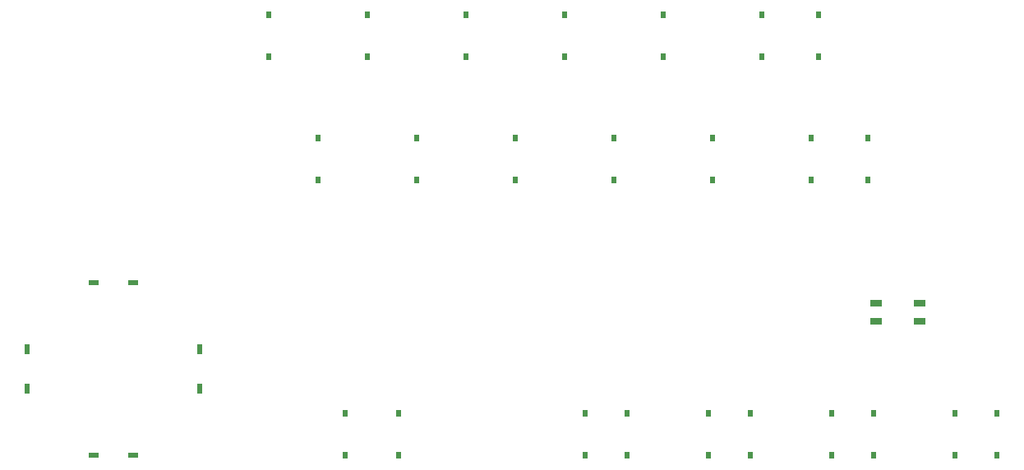
<source format=gtp>
G04 #@! TF.FileFunction,Paste,Top*
%FSLAX46Y46*%
G04 Gerber Fmt 4.6, Leading zero omitted, Abs format (unit mm)*
G04 Created by KiCad (PCBNEW 4.0.1-stable) date 3/24/2016 2:28:27 AM*
%MOMM*%
G01*
G04 APERTURE LIST*
%ADD10C,0.100000*%
%ADD11R,1.300000X0.700000*%
%ADD12R,0.508000X0.762000*%
%ADD13R,1.016000X0.508000*%
%ADD14R,0.508000X1.016000*%
G04 APERTURE END LIST*
D10*
D11*
X192405000Y-97475000D03*
X192405000Y-99375000D03*
X196850000Y-97475000D03*
X196850000Y-99375000D03*
D12*
X129794000Y-67818000D03*
X129794000Y-72136000D03*
X137731500Y-113157000D03*
X137731500Y-108839000D03*
X143192500Y-113157000D03*
X143192500Y-108839000D03*
X165354000Y-80518000D03*
X165354000Y-84836000D03*
X139954000Y-67818000D03*
X139954000Y-72136000D03*
X175514000Y-80518000D03*
X175514000Y-84836000D03*
X150114000Y-67818000D03*
X150114000Y-72136000D03*
X185674000Y-80518000D03*
X185674000Y-84836000D03*
X191516000Y-80518000D03*
X191516000Y-84836000D03*
X160274000Y-67818000D03*
X160274000Y-72136000D03*
X180594000Y-67818000D03*
X180594000Y-72136000D03*
X186436000Y-67818000D03*
X186436000Y-72136000D03*
X175133000Y-113157000D03*
X175133000Y-108839000D03*
X179451000Y-113157000D03*
X179451000Y-108839000D03*
X170434000Y-67818000D03*
X170434000Y-72136000D03*
X162433000Y-113157000D03*
X162433000Y-108839000D03*
X166751000Y-113157000D03*
X166751000Y-108839000D03*
X134874000Y-80518000D03*
X134874000Y-84836000D03*
X187833000Y-113157000D03*
X187833000Y-108839000D03*
X192151000Y-113157000D03*
X192151000Y-108839000D03*
X145034000Y-80518000D03*
X145034000Y-84836000D03*
X200533000Y-113157000D03*
X200533000Y-108839000D03*
X204851000Y-113157000D03*
X204851000Y-108839000D03*
X155194000Y-80518000D03*
X155194000Y-84836000D03*
D13*
X111760000Y-95377000D03*
X115824000Y-95377000D03*
X111760000Y-113157000D03*
X115824000Y-113157000D03*
D14*
X104902000Y-106299000D03*
X104902000Y-102235000D03*
X122682000Y-106299000D03*
X122682000Y-102235000D03*
M02*

</source>
